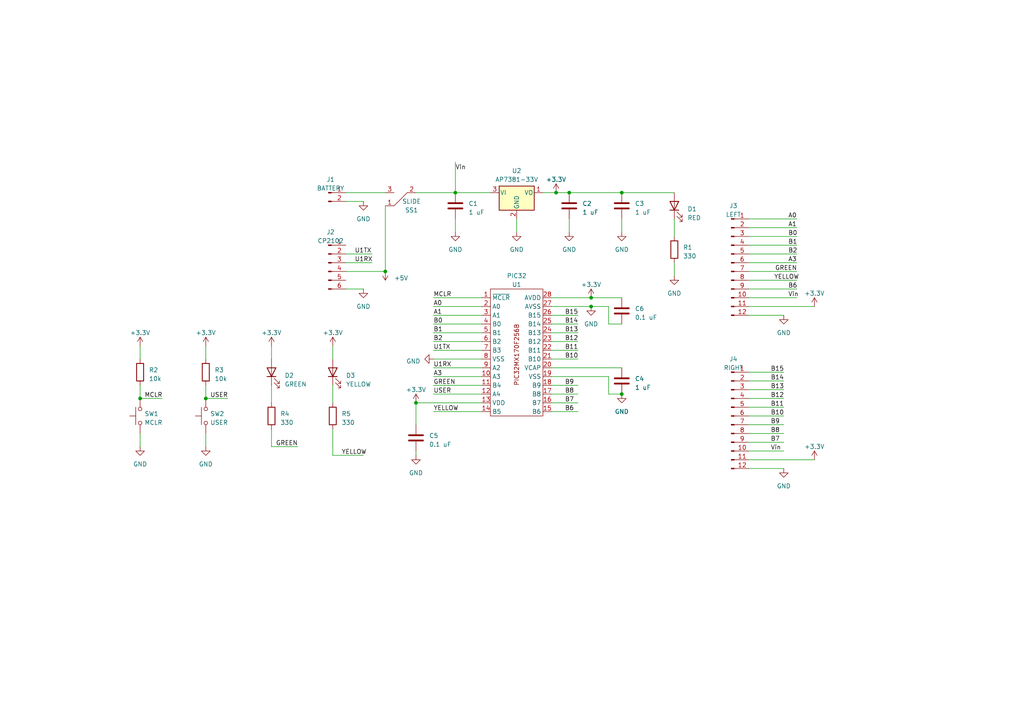
<source format=kicad_sch>
(kicad_sch (version 20230121) (generator eeschema)
  (paper "A4")
  (lib_symbols
    (symbol "Connector:Conn_01x02_Pin" (pin_names (offset 1.016) hide)
      (property "Reference" "J" (at 0 2.54 0))
      (property "Value" "Conn_01x02_Pin" (at 0 -5.08 0))
      (symbol "Conn_01x02_Pin_1_1"
        (polyline (pts (xy 1.27 -2.54) (xy 0.8636 -2.54)) (stroke (width 0.1524)))
        (polyline (pts (xy 1.27 0) (xy 0.8636 0)) (stroke (width 0.1524)))
        (rectangle (start 0.8636 -2.413) (end 0 -2.667) (stroke (width 0.1524)) (fill (type outline)))
        (rectangle (start 0.8636 0.127) (end 0 -0.127) (stroke (width 0.1524)) (fill (type outline)))
        (pin passive line (at 5.08 0 180) (length 3.81) (name "Pin_1") (number "1"))
        (pin passive line (at 5.08 -2.54 180) (length 3.81) (name "Pin_2") (number "2"))
      )
    )
    (symbol "Connector:Conn_01x06_Pin" (pin_names (offset 1.016) hide)
      (property "Reference" "J" (at 0 7.62 0))
      (property "Value" "Conn_01x06_Pin" (at 0 -10.16 0))
      (symbol "Conn_01x06_Pin_1_1"
        (polyline (pts (xy 1.27 -7.62) (xy 0.8636 -7.62)) (stroke (width 0.1524)))
        (polyline (pts (xy 1.27 -5.08) (xy 0.8636 -5.08)) (stroke (width 0.1524)))
        (polyline (pts (xy 1.27 -2.54) (xy 0.8636 -2.54)) (stroke (width 0.1524)))
        (polyline (pts (xy 1.27 0) (xy 0.8636 0)) (stroke (width 0.1524)))
        (polyline (pts (xy 1.27 2.54) (xy 0.8636 2.54)) (stroke (width 0.1524)))
        (polyline (pts (xy 1.27 5.08) (xy 0.8636 5.08)) (stroke (width 0.1524)))
        (rectangle (start 0.8636 -7.493) (end 0 -7.747) (stroke (width 0.1524)) (fill (type outline)))
        (rectangle (start 0.8636 -4.953) (end 0 -5.207) (stroke (width 0.1524)) (fill (type outline)))
        (rectangle (start 0.8636 -2.413) (end 0 -2.667) (stroke (width 0.1524)) (fill (type outline)))
        (rectangle (start 0.8636 0.127) (end 0 -0.127) (stroke (width 0.1524)) (fill (type outline)))
        (rectangle (start 0.8636 2.667) (end 0 2.413) (stroke (width 0.1524)) (fill (type outline)))
        (rectangle (start 0.8636 5.207) (end 0 4.953) (stroke (width 0.1524)) (fill (type outline)))
        (pin passive line (at 5.08 5.08 180) (length 3.81) (name "Pin_1") (number "1"))
        (pin passive line (at 5.08 2.54 180) (length 3.81) (name "Pin_2") (number "2"))
        (pin passive line (at 5.08 0 180) (length 3.81) (name "Pin_3") (number "3"))
        (pin passive line (at 5.08 -2.54 180) (length 3.81) (name "Pin_4") (number "4"))
        (pin passive line (at 5.08 -5.08 180) (length 3.81) (name "Pin_5") (number "5"))
        (pin passive line (at 5.08 -7.62 180) (length 3.81) (name "Pin_6") (number "6"))
      )
    )
    (symbol "Connector:Conn_01x12_Pin" (pin_names (offset 1.016) hide)
      (property "Reference" "J" (at 0 15.24 0))
      (property "Value" "Conn_01x12_Pin" (at 0 -17.78 0))
      (symbol "Conn_01x12_Pin_1_1"
        (polyline (pts (xy 1.27 -15.24) (xy 0.8636 -15.24)) (stroke (width 0.1524)))
        (polyline (pts (xy 1.27 -12.7) (xy 0.8636 -12.7)) (stroke (width 0.1524)))
        (polyline (pts (xy 1.27 -10.16) (xy 0.8636 -10.16)) (stroke (width 0.1524)))
        (polyline (pts (xy 1.27 -7.62) (xy 0.8636 -7.62)) (stroke (width 0.1524)))
        (polyline (pts (xy 1.27 -5.08) (xy 0.8636 -5.08)) (stroke (width 0.1524)))
        (polyline (pts (xy 1.27 -2.54) (xy 0.8636 -2.54)) (stroke (width 0.1524)))
        (polyline (pts (xy 1.27 0) (xy 0.8636 0)) (stroke (width 0.1524)))
        (polyline (pts (xy 1.27 2.54) (xy 0.8636 2.54)) (stroke (width 0.1524)))
        (polyline (pts (xy 1.27 5.08) (xy 0.8636 5.08)) (stroke (width 0.1524)))
        (polyline (pts (xy 1.27 7.62) (xy 0.8636 7.62)) (stroke (width 0.1524)))
        (polyline (pts (xy 1.27 10.16) (xy 0.8636 10.16)) (stroke (width 0.1524)))
        (polyline (pts (xy 1.27 12.7) (xy 0.8636 12.7)) (stroke (width 0.1524)))
        (rectangle (start 0.8636 -15.113) (end 0 -15.367) (stroke (width 0.1524)) (fill (type outline)))
        (rectangle (start 0.8636 -12.573) (end 0 -12.827) (stroke (width 0.1524)) (fill (type outline)))
        (rectangle (start 0.8636 -10.033) (end 0 -10.287) (stroke (width 0.1524)) (fill (type outline)))
        (rectangle (start 0.8636 -7.493) (end 0 -7.747) (stroke (width 0.1524)) (fill (type outline)))
        (rectangle (start 0.8636 -4.953) (end 0 -5.207) (stroke (width 0.1524)) (fill (type outline)))
        (rectangle (start 0.8636 -2.413) (end 0 -2.667) (stroke (width 0.1524)) (fill (type outline)))
        (rectangle (start 0.8636 0.127) (end 0 -0.127) (stroke (width 0.1524)) (fill (type outline)))
        (rectangle (start 0.8636 2.667) (end 0 2.413) (stroke (width 0.1524)) (fill (type outline)))
        (rectangle (start 0.8636 5.207) (end 0 4.953) (stroke (width 0.1524)) (fill (type outline)))
        (rectangle (start 0.8636 7.747) (end 0 7.493) (stroke (width 0.1524)) (fill (type outline)))
        (rectangle (start 0.8636 10.287) (end 0 10.033) (stroke (width 0.1524)) (fill (type outline)))
        (rectangle (start 0.8636 12.827) (end 0 12.573) (stroke (width 0.1524)) (fill (type outline)))
        (pin passive line (at 5.08 12.7 180) (length 3.81) (name "Pin_1") (number "1"))
        (pin passive line (at 5.08 -10.16 180) (length 3.81) (name "Pin_10") (number "10"))
        (pin passive line (at 5.08 -12.7 180) (length 3.81) (name "Pin_11") (number "11"))
        (pin passive line (at 5.08 -15.24 180) (length 3.81) (name "Pin_12") (number "12"))
        (pin passive line (at 5.08 10.16 180) (length 3.81) (name "Pin_2") (number "2"))
        (pin passive line (at 5.08 7.62 180) (length 3.81) (name "Pin_3") (number "3"))
        (pin passive line (at 5.08 5.08 180) (length 3.81) (name "Pin_4") (number "4"))
        (pin passive line (at 5.08 2.54 180) (length 3.81) (name "Pin_5") (number "5"))
        (pin passive line (at 5.08 0 180) (length 3.81) (name "Pin_6") (number "6"))
        (pin passive line (at 5.08 -2.54 180) (length 3.81) (name "Pin_7") (number "7"))
        (pin passive line (at 5.08 -5.08 180) (length 3.81) (name "Pin_8") (number "8"))
        (pin passive line (at 5.08 -7.62 180) (length 3.81) (name "Pin_9") (number "9"))
      )
    )
    (symbol "HW4_SymbolLibrary:AP7384-33V" (pin_names (offset 0.254))
      (property "Reference" "U" (at -3.81 3.175 0))
      (property "Value" "AP7384-33V" (at 0 3.175 0))
      (symbol "AP7384-33V_0_1"
        (rectangle (start -5.08 1.905) (end 5.08 -5.08) (stroke (width 0.254)) (fill (type background)))
      )
      (symbol "AP7384-33V_1_1"
        (pin power_out line (at 7.62 0 180) (length 2.54) (name "VO") (number "1"))
        (pin power_in line (at 0 -7.62 90) (length 2.54) (name "GND") (number "2"))
        (pin power_in line (at -7.62 0 0) (length 2.54) (name "VI") (number "3"))
      )
    )
    (symbol "HW4_SymbolLibrary:C" (pin_numbers hide) (pin_names (offset 0.254))
      (property "Reference" "C" (at 0.635 2.54 0))
      (property "Value" "C" (at 0.635 -2.54 0))
      (symbol "C_0_1"
        (polyline (pts (xy -2.032 -0.762) (xy 2.032 -0.762)) (stroke (width 0.508)))
        (polyline (pts (xy -2.032 0.762) (xy 2.032 0.762)) (stroke (width 0.508)))
      )
      (symbol "C_1_1"
        (pin passive line (at 0 3.81 270) (length 2.794) (name "~") (number "1"))
        (pin passive line (at 0 -3.81 90) (length 2.794) (name "~") (number "2"))
      )
    )
    (symbol "HW4_SymbolLibrary:LED" (pin_numbers hide) (pin_names (offset 1.016) hide)
      (property "Reference" "D" (at 0 2.54 0))
      (property "Value" "LED" (at 0 -2.54 0))
      (symbol "LED_0_1"
        (polyline (pts (xy -1.27 -1.27) (xy -1.27 1.27)) (stroke (width 0.254)))
        (polyline (pts (xy -1.27 0) (xy 1.27 0)))
        (polyline (pts (xy 1.27 -1.27) (xy 1.27 1.27) (xy -1.27 0) (xy 1.27 -1.27)) (stroke (width 0.254)))
        (polyline (pts (xy -3.048 -0.762) (xy -4.572 -2.286) (xy -3.81 -2.286) (xy -4.572 -2.286) (xy -4.572 -1.524)))
        (polyline (pts (xy -1.778 -0.762) (xy -3.302 -2.286) (xy -2.54 -2.286) (xy -3.302 -2.286) (xy -3.302 -1.524)))
      )
      (symbol "LED_1_1"
        (pin passive line (at -3.81 0 0) (length 2.54) (name "K") (number "1"))
        (pin passive line (at 3.81 0 180) (length 2.54) (name "A") (number "2"))
      )
    )
    (symbol "HW4_SymbolLibrary:PIC32MX170F256B"
      (property "Reference" "U" (at 0 20.32 0))
      (symbol "PIC32MX170F256B_0_1"
        (rectangle (start -7.62 19.05) (end 7.62 -17.78))
      )
      (symbol "PIC32MX170F256B_1_1"
        (text "PIC32MX170F256B" (at 0 0 900) (effects (font (size 1.27 1.27))))
        (pin input line (at -10.16 16.51 0) (length 2.54) (name "~{MCLR}") (number "1"))
        (pin input line (at -10.16 -6.35 0) (length 2.54) (name "A3") (number "10"))
        (pin input line (at -10.16 -8.89 0) (length 2.54) (name "B4") (number "11"))
        (pin input line (at -10.16 -11.43 0) (length 2.54) (name "A4") (number "12"))
        (pin power_in line (at -10.16 -13.97 0) (length 2.54) (name "VDD") (number "13"))
        (pin power_in line (at -10.16 -16.51 0) (length 2.54) (name "B5") (number "14"))
        (pin input line (at 10.16 -16.51 180) (length 2.54) (name "B6") (number "15"))
        (pin input line (at 10.16 -13.97 180) (length 2.54) (name "B7") (number "16"))
        (pin input line (at 10.16 -11.43 180) (length 2.54) (name "B8") (number "17"))
        (pin input line (at 10.16 -8.89 180) (length 2.54) (name "B9") (number "18"))
        (pin power_out line (at 10.16 -6.35 180) (length 2.54) (name "VSS") (number "19"))
        (pin input line (at -10.16 13.97 0) (length 2.54) (name "A0") (number "2"))
        (pin input line (at 10.16 -3.81 180) (length 2.54) (name "VCAP") (number "20"))
        (pin input line (at 10.16 -1.27 180) (length 2.54) (name "B10") (number "21"))
        (pin input line (at 10.16 1.27 180) (length 2.54) (name "B11") (number "22"))
        (pin input line (at 10.16 3.81 180) (length 2.54) (name "B12") (number "23"))
        (pin input line (at 10.16 6.35 180) (length 2.54) (name "B13") (number "24"))
        (pin input line (at 10.16 8.89 180) (length 2.54) (name "B14") (number "25"))
        (pin input line (at 10.16 11.43 180) (length 2.54) (name "B15") (number "26"))
        (pin power_out line (at 10.16 13.97 180) (length 2.54) (name "AVSS") (number "27"))
        (pin power_in line (at 10.16 16.51 180) (length 2.54) (name "AVDD") (number "28"))
        (pin input line (at -10.16 11.43 0) (length 2.54) (name "A1") (number "3"))
        (pin input line (at -10.16 8.89 0) (length 2.54) (name "B0") (number "4"))
        (pin input line (at -10.16 6.35 0) (length 2.54) (name "B1") (number "5"))
        (pin input line (at -10.16 3.81 0) (length 2.54) (name "B2") (number "6"))
        (pin input line (at -10.16 1.27 0) (length 2.54) (name "B3") (number "7"))
        (pin power_out line (at -10.16 -1.27 0) (length 2.54) (name "VSS") (number "8"))
        (pin input line (at -10.16 -3.81 0) (length 2.54) (name "A2") (number "9"))
      )
    )
    (symbol "HW4_SymbolLibrary:R" (pin_numbers hide) (pin_names (offset 0))
      (property "Reference" "R" (at 0 2.032 0))
      (property "Value" "R" (at 0 0 0))
      (symbol "R_0_1"
        (rectangle (start 2.54 -1.016) (end -2.54 1.016) (stroke (width 0.254)))
      )
      (symbol "R_1_1"
        (pin passive line (at -3.81 0 0) (length 1.27) (name "~") (number "1"))
        (pin passive line (at 3.81 0 180) (length 1.27) (name "~") (number "2"))
      )
    )
    (symbol "HW4_SymbolLibrary:SW_Push" (pin_numbers hide) (pin_names (offset 1.016) hide)
      (property "Reference" "SW" (at 1.27 2.54 0))
      (property "Value" "SW_Push" (at 0 -1.524 0))
      (symbol "SW_Push_0_1"
        (circle (center -2.032 0) (radius 0.508))
        (polyline (pts (xy 0 1.27) (xy 0 3.048)))
        (polyline (pts (xy 2.54 1.27) (xy -2.54 1.27)))
        (circle (center 2.032 0) (radius 0.508))
        (pin passive line (at -5.08 0 0) (length 2.54) (name "1") (number "1"))
        (pin passive line (at 5.08 0 180) (length 2.54) (name "2") (number "2"))
      )
    )
    (symbol "HW4_SymbolLibrary:SlideSwitch"
      (property "Reference" "SS" (at 5.08 -2.54 0))
      (symbol "SlideSwitch_0_1"
        (polyline (pts (xy 3.81 0) (xy 0 -3.81)))
      )
      (symbol "SlideSwitch_1_1"
        (pin input line (at -2.54 -3.81 0) (length 2.54) (name "") (number "1"))
        (pin output line (at 6.35 0 180) (length 2.54) (name "") (number "2"))
        (pin input line (at -2.54 0 0) (length 2.54) (name "") (number "3"))
      )
    )
    (symbol "power:+3.3V" (power) (pin_names (offset 0))
      (property "Value" "+3.3V" (at 0 3.556 0))
      (symbol "+3.3V_0_1"
        (polyline (pts (xy -0.762 1.27) (xy 0 2.54)))
        (polyline (pts (xy 0 0) (xy 0 2.54)))
        (polyline (pts (xy 0 2.54) (xy 0.762 1.27)))
      )
      (symbol "+3.3V_1_1"
        (pin power_in line (at 0 0 90) (length 0) hide (name "+3.3V") (number "1"))
      )
    )
    (symbol "power:+5V" (power) (pin_names (offset 0))
      (property "Value" "+5V" (at 0 3.556 0))
      (symbol "+5V_0_1"
        (polyline (pts (xy -0.762 1.27) (xy 0 2.54)))
        (polyline (pts (xy 0 0) (xy 0 2.54)))
        (polyline (pts (xy 0 2.54) (xy 0.762 1.27)))
      )
      (symbol "+5V_1_1"
        (pin power_in line (at 0 0 90) (length 0) hide (name "+5V") (number "1"))
      )
    )
    (symbol "power:GND" (power) (pin_names (offset 0))
      (property "Value" "GND" (at 0 -3.81 0))
      (symbol "GND_0_1"
        (polyline (pts (xy 0 0) (xy 0 -1.27) (xy 1.27 -1.27) (xy 0 -2.54) (xy -1.27 -1.27) (xy 0 -1.27)))
      )
      (symbol "GND_1_1"
        (pin power_in line (at 0 0 270) (length 0) hide (name "GND") (number "1"))
      )
    )
  )
  (junction (at 161.29 55.88))
  (junction (at 171.45 86.36))
  (junction (at 180.34 55.88))
  (junction (at 120.65 116.84))
  (junction (at 171.45 88.9))
  (junction (at 59.69 115.57))
  (junction (at 180.34 114.3))
  (junction (at 165.1 55.88))
  (junction (at 111.76 78.74))
  (junction (at 132.08 55.88))
  (junction (at 40.64 115.57))
  (wire (pts (xy 217.17 133.35) (xy 236.22 133.35)))
  (wire (pts (xy 227.33 113.03) (xy 217.17 113.03)))
  (wire (pts (xy 195.58 63.5) (xy 195.58 68.58)))
  (wire (pts (xy 139.7 109.22) (xy 125.73 109.22)))
  (wire (pts (xy 40.64 111.76) (xy 40.64 115.57)))
  (wire (pts (xy 160.02 96.52) (xy 167.64 96.52)))
  (wire (pts (xy 160.02 109.22) (xy 176.53 109.22)))
  (wire (pts (xy 100.33 83.82) (xy 105.41 83.82)))
  (wire (pts (xy 40.64 125.73) (xy 40.64 129.54)))
  (wire (pts (xy 120.65 130.81) (xy 120.65 132.08)))
  (wire (pts (xy 125.73 119.38) (xy 139.7 119.38)))
  (wire (pts (xy 125.73 111.76) (xy 139.7 111.76)))
  (wire (pts (xy 217.17 91.44) (xy 227.33 91.44)))
  (wire (pts (xy 217.17 73.66) (xy 231.14 73.66)))
  (wire (pts (xy 231.14 86.36) (xy 217.17 86.36)))
  (wire (pts (xy 176.53 93.98) (xy 180.34 93.98)))
  (wire (pts (xy 125.73 101.6) (xy 139.7 101.6)))
  (wire (pts (xy 157.48 55.88) (xy 161.29 55.88)))
  (wire (pts (xy 139.7 91.44) (xy 125.73 91.44)))
  (wire (pts (xy 227.33 120.65) (xy 217.17 120.65)))
  (wire (pts (xy 59.69 115.57) (xy 66.04 115.57)))
  (wire (pts (xy 231.14 71.12) (xy 217.17 71.12)))
  (wire (pts (xy 165.1 55.88) (xy 180.34 55.88)))
  (wire (pts (xy 180.34 55.88) (xy 195.58 55.88)))
  (wire (pts (xy 120.65 55.88) (xy 132.08 55.88)))
  (wire (pts (xy 217.17 115.57) (xy 227.33 115.57)))
  (wire (pts (xy 227.33 125.73) (xy 217.17 125.73)))
  (wire (pts (xy 125.73 104.14) (xy 139.7 104.14)))
  (wire (pts (xy 125.73 106.68) (xy 139.7 106.68)))
  (wire (pts (xy 139.7 96.52) (xy 125.73 96.52)))
  (wire (pts (xy 100.33 58.42) (xy 105.41 58.42)))
  (wire (pts (xy 96.52 132.08) (xy 105.41 132.08)))
  (wire (pts (xy 231.14 66.04) (xy 217.17 66.04)))
  (wire (pts (xy 40.64 115.57) (xy 46.99 115.57)))
  (wire (pts (xy 59.69 111.76) (xy 59.69 115.57)))
  (wire (pts (xy 231.14 68.58) (xy 217.17 68.58)))
  (wire (pts (xy 217.17 88.9) (xy 236.22 88.9)))
  (wire (pts (xy 132.08 63.5) (xy 132.08 67.31)))
  (wire (pts (xy 139.7 93.98) (xy 125.73 93.98)))
  (wire (pts (xy 78.74 111.76) (xy 78.74 116.84)))
  (wire (pts (xy 111.76 59.69) (xy 111.76 78.74)))
  (wire (pts (xy 149.86 63.5) (xy 149.86 67.31)))
  (wire (pts (xy 40.64 100.33) (xy 40.64 104.14)))
  (wire (pts (xy 217.17 135.89) (xy 227.33 135.89)))
  (wire (pts (xy 171.45 88.9) (xy 176.53 88.9)))
  (wire (pts (xy 120.65 116.84) (xy 120.65 123.19)))
  (wire (pts (xy 132.08 55.88) (xy 132.08 46.99)))
  (wire (pts (xy 227.33 123.19) (xy 217.17 123.19)))
  (wire (pts (xy 78.74 124.46) (xy 78.74 129.54)))
  (wire (pts (xy 231.14 63.5) (xy 217.17 63.5)))
  (wire (pts (xy 59.69 125.73) (xy 59.69 129.54)))
  (wire (pts (xy 100.33 76.2) (xy 107.95 76.2)))
  (wire (pts (xy 96.52 124.46) (xy 96.52 132.08)))
  (wire (pts (xy 180.34 63.5) (xy 180.34 67.31)))
  (wire (pts (xy 139.7 88.9) (xy 125.73 88.9)))
  (wire (pts (xy 100.33 55.88) (xy 111.76 55.88)))
  (wire (pts (xy 160.02 111.76) (xy 167.64 111.76)))
  (wire (pts (xy 160.02 101.6) (xy 167.64 101.6)))
  (wire (pts (xy 231.14 81.28) (xy 217.17 81.28)))
  (wire (pts (xy 231.14 76.2) (xy 217.17 76.2)))
  (wire (pts (xy 96.52 100.33) (xy 96.52 104.14)))
  (wire (pts (xy 160.02 114.3) (xy 167.64 114.3)))
  (wire (pts (xy 176.53 114.3) (xy 180.34 114.3)))
  (wire (pts (xy 120.65 116.84) (xy 139.7 116.84)))
  (wire (pts (xy 171.45 86.36) (xy 180.34 86.36)))
  (wire (pts (xy 160.02 116.84) (xy 167.64 116.84)))
  (wire (pts (xy 231.14 83.82) (xy 217.17 83.82)))
  (wire (pts (xy 125.73 86.36) (xy 139.7 86.36)))
  (wire (pts (xy 96.52 111.76) (xy 96.52 116.84)))
  (wire (pts (xy 160.02 93.98) (xy 167.64 93.98)))
  (wire (pts (xy 59.69 100.33) (xy 59.69 104.14)))
  (wire (pts (xy 165.1 63.5) (xy 165.1 67.31)))
  (wire (pts (xy 227.33 128.27) (xy 217.17 128.27)))
  (wire (pts (xy 176.53 88.9) (xy 176.53 93.98)))
  (wire (pts (xy 176.53 109.22) (xy 176.53 114.3)))
  (wire (pts (xy 195.58 76.2) (xy 195.58 80.01)))
  (wire (pts (xy 227.33 110.49) (xy 217.17 110.49)))
  (wire (pts (xy 100.33 78.74) (xy 111.76 78.74)))
  (wire (pts (xy 160.02 119.38) (xy 167.64 119.38)))
  (wire (pts (xy 160.02 86.36) (xy 171.45 86.36)))
  (wire (pts (xy 160.02 91.44) (xy 167.64 91.44)))
  (wire (pts (xy 125.73 114.3) (xy 139.7 114.3)))
  (wire (pts (xy 160.02 88.9) (xy 171.45 88.9)))
  (wire (pts (xy 160.02 99.06) (xy 167.64 99.06)))
  (wire (pts (xy 227.33 130.81) (xy 217.17 130.81)))
  (wire (pts (xy 160.02 104.14) (xy 167.64 104.14)))
  (wire (pts (xy 100.33 73.66) (xy 107.95 73.66)))
  (wire (pts (xy 227.33 107.95) (xy 217.17 107.95)))
  (wire (pts (xy 132.08 55.88) (xy 142.24 55.88)))
  (wire (pts (xy 139.7 99.06) (xy 125.73 99.06)))
  (wire (pts (xy 227.33 118.11) (xy 217.17 118.11)))
  (wire (pts (xy 78.74 129.54) (xy 86.36 129.54)))
  (wire (pts (xy 231.14 78.74) (xy 217.17 78.74)))
  (wire (pts (xy 78.74 100.33) (xy 78.74 104.14)))
  (wire (pts (xy 161.29 55.88) (xy 165.1 55.88)))
  (wire (pts (xy 160.02 106.68) (xy 180.34 106.68)))
  (label "B1" (at 125.73 96.52 0))
  (label "B6" (at 163.83 119.38 0))
  (label "Vin" (at 223.52 130.81 0))
  (label "B12" (at 163.83 99.06 0))
  (label "B0" (at 228.6 68.58 0))
  (label "USER" (at 60.96 115.57 0))
  (label "Vin" (at 228.6 86.36 0))
  (label "B12" (at 223.52 115.57 0))
  (label "Vin" (at 132.08 49.53 0))
  (label "B10" (at 163.83 104.14 0))
  (label "B13" (at 223.52 113.03 0))
  (label "B10" (at 223.52 120.65 0))
  (label "B2" (at 228.6 73.66 0))
  (label "B9" (at 163.83 111.76 0))
  (label "B13" (at 163.83 96.52 0))
  (label "B9" (at 223.52 123.19 0))
  (label "B8" (at 223.52 125.73 0))
  (label "A3" (at 228.6 76.2 0))
  (label "B0" (at 125.73 93.98 0))
  (label "A0" (at 125.73 88.9 0))
  (label "B8" (at 163.83 114.3 0))
  (label "USER" (at 125.73 114.3 0))
  (label "A0" (at 228.6 63.5 0))
  (label "B2" (at 125.73 99.06 0))
  (label "U1TX" (at 125.73 101.6 0))
  (label "B6" (at 228.6 83.82 0))
  (label "YELLOW" (at 99.06 132.08 0))
  (label "GREEN" (at 125.73 111.76 0))
  (label "B14" (at 223.52 110.49 0))
  (label "GREEN" (at 80.01 129.54 0))
  (label "GREEN" (at 224.79 78.74 0))
  (label "A3" (at 125.73 109.22 0))
  (label "MCLR" (at 125.73 86.36 0))
  (label "B15" (at 163.83 91.44 0))
  (label "B11" (at 163.83 101.6 0))
  (label " YELLOW" (at 223.52 81.28 0))
  (label "B7" (at 163.83 116.84 0))
  (label "YELLOW" (at 125.73 119.38 0))
  (label "B7" (at 223.52 128.27 0))
  (label "B14" (at 163.83 93.98 0))
  (label "B15" (at 223.52 107.95 0))
  (label "A1" (at 228.6 66.04 0))
  (label "A1" (at 125.73 91.44 0))
  (label "MCLR" (at 41.91 115.57 0))
  (label "U1RX" (at 125.73 106.68 0))
  (label "U1RX" (at 102.87 76.2 0))
  (label "B11" (at 223.52 118.11 0))
  (label "U1TX" (at 102.87 73.66 0))
  (label "B1" (at 228.6 71.12 0))
  (symbol (lib_id "power:+5V") (at 111.76 78.74 180) (unit 1)
    (property "Reference" "#PWR025" (effects hide))
    (property "Value" "+5V" (at 114.3 80.645 0) (effects (justify right)))
  )
  (symbol (lib_id "HW4_SymbolLibrary:LED") (at 78.74 107.95 90) (unit 1)
    (property "Reference" "D2" (at 82.55 108.9025 90) (effects (justify right)))
    (property "Value" "GREEN" (at 82.55 111.4425 90) (effects (justify right)))
    (property "Footprint" "LED_THT:LED_D3.0mm" (effects hide))
  )
  (symbol (lib_id "power:+3.3V") (at 96.52 100.33 0) (unit 1)
    (property "Reference" "#PWR09" (effects hide))
    (property "Value" "+3.3V" (at 96.52 96.52 0))
  )
  (symbol (lib_id "power:GND") (at 105.41 83.82 0) (unit 1)
    (property "Reference" "#PWR020" (effects hide))
    (property "Value" "GND" (at 105.41 88.9 0))
  )
  (symbol (lib_id "power:+3.3V") (at 236.22 88.9 0) (unit 1)
    (property "Reference" "#PWR023" (effects hide))
    (property "Value" "+3.3V" (at 236.22 85.09 0))
  )
  (symbol (lib_id "power:GND") (at 180.34 114.3 0) (unit 1)
    (property "Reference" "#PWR06" (effects hide))
    (property "Value" "GND" (at 180.34 119.38 0))
  )
  (symbol (lib_id "power:GND") (at 180.34 67.31 0) (unit 1)
    (property "Reference" "#PWR017" (effects hide))
    (property "Value" "GND" (at 180.34 72.39 0))
  )
  (symbol (lib_id "power:+3.3V") (at 59.69 100.33 0) (unit 1)
    (property "Reference" "#PWR07" (effects hide))
    (property "Value" "+3.3V" (at 59.69 96.52 0))
  )
  (symbol (lib_id "power:+3.3V") (at 120.65 116.84 0) (unit 1)
    (property "Reference" "#PWR011" (effects hide))
    (property "Value" "+3.3V" (at 120.65 113.03 0))
  )
  (symbol (lib_id "HW4_SymbolLibrary:PIC32MX170F256B") (at 149.86 102.87 0) (unit 1)
    (property "Reference" "U1" (at 149.86 82.55 0))
    (property "Value" "PIC32" (at 149.86 80.01 0))
    (property "Footprint" "Package_DIP:DIP-28_W7.62mm_Socket" (effects hide))
  )
  (symbol (lib_id "HW4_SymbolLibrary:AP7384-33V") (at 149.86 55.88 0) (unit 1)
    (property "Reference" "U2" (at 149.86 49.53 0))
    (property "Value" "AP7381-33V" (at 149.86 52.07 0))
    (property "Footprint" "Package_TO_SOT_THT:TO-92L_Inline" (effects hide))
    (property "Datasheet" "https://www.diodes.com/assets/Datasheets/AP7384.pdf" (effects hide))
  )
  (symbol (lib_id "HW4_SymbolLibrary:C") (at 180.34 59.69 0) (unit 1)
    (property "Reference" "C3" (at 184.15 59.055 0) (effects (justify left)))
    (property "Value" "1 uF" (at 184.15 61.595 0) (effects (justify left)))
    (property "Footprint" "Capacitor_THT:C_Disc_D5.1mm_W3.2mm_P5.00mm" (effects hide))
  )
  (symbol (lib_id "Connector:Conn_01x12_Pin") (at 212.09 76.2 0) (unit 1)
    (property "Reference" "J3" (at 212.725 59.69 0))
    (property "Value" "LEFT" (at 212.725 62.23 0))
    (property "Footprint" "Connector_PinSocket_2.54mm:PinSocket_1x12_P2.54mm_Vertical" (effects hide))
  )
  (symbol (lib_id "HW4_SymbolLibrary:SW_Push") (at 40.64 120.65 90) (unit 1)
    (property "Reference" "SW1" (at 41.91 120.015 90) (effects (justify right)))
    (property "Value" "MCLR" (at 41.91 122.555 90) (effects (justify right)))
    (property "Footprint" "HW4_FootprintLibrary:PushButton" (effects hide))
  )
  (symbol (lib_id "HW4_SymbolLibrary:C") (at 180.34 90.17 0) (unit 1)
    (property "Reference" "C6" (at 184.15 89.535 0) (effects (justify left)))
    (property "Value" "0.1 uF" (at 184.15 92.075 0) (effects (justify left)))
    (property "Footprint" "Capacitor_THT:C_Disc_D3.4mm_W2.1mm_P2.50mm" (effects hide))
  )
  (symbol (lib_id "power:GND") (at 132.08 67.31 0) (unit 1)
    (property "Reference" "#PWR015" (effects hide))
    (property "Value" "GND" (at 132.08 72.39 0))
  )
  (symbol (lib_id "HW4_SymbolLibrary:SlideSwitch") (at 114.3 55.88 0) (unit 1)
    (property "Reference" "SS1" (at 119.38 60.96 0))
    (property "Value" "SLIDE" (at 119.38 58.42 0))
    (property "Footprint" "HW4_FootprintLibrary:SlideSwitch" (effects hide))
  )
  (symbol (lib_id "Connector:Conn_01x06_Pin") (at 95.25 76.2 0) (unit 1)
    (property "Reference" "J2" (at 95.885 67.31 0))
    (property "Value" "CP2102" (at 95.885 69.85 0))
    (property "Footprint" "Connector_PinSocket_2.54mm:PinSocket_1x06_P2.54mm_Vertical" (effects hide))
  )
  (symbol (lib_id "HW4_SymbolLibrary:C") (at 165.1 59.69 0) (unit 1)
    (property "Reference" "C2" (at 168.91 59.055 0) (effects (justify left)))
    (property "Value" "1 uF" (at 168.91 61.595 0) (effects (justify left)))
    (property "Footprint" "Capacitor_THT:C_Disc_D5.1mm_W3.2mm_P5.00mm" (effects hide))
  )
  (symbol (lib_id "power:+3.3V") (at 40.64 100.33 0) (unit 1)
    (property "Reference" "#PWR05" (effects hide))
    (property "Value" "+3.3V" (at 40.64 96.52 0))
  )
  (symbol (lib_id "power:GND") (at 171.45 88.9 0) (unit 1)
    (property "Reference" "#PWR04" (effects hide))
    (property "Value" "GND" (at 171.45 93.98 0))
  )
  (symbol (lib_id "power:+3.3V") (at 78.74 100.33 0) (unit 1)
    (property "Reference" "#PWR08" (effects hide))
    (property "Value" "+3.3V" (at 78.74 96.52 0))
  )
  (symbol (lib_id "power:GND") (at 165.1 67.31 0) (unit 1)
    (property "Reference" "#PWR016" (effects hide))
    (property "Value" "GND" (at 165.1 72.39 0))
  )
  (symbol (lib_id "power:GND") (at 149.86 67.31 0) (unit 1)
    (property "Reference" "#PWR019" (effects hide))
    (property "Value" "GND" (at 149.86 72.39 0))
  )
  (symbol (lib_id "HW4_SymbolLibrary:SW_Push") (at 59.69 120.65 90) (unit 1)
    (property "Reference" "SW2" (at 60.96 120.015 90) (effects (justify right)))
    (property "Value" "USER" (at 60.96 122.555 90) (effects (justify right)))
    (property "Footprint" "HW4_FootprintLibrary:PushButton" (effects hide))
  )
  (symbol (lib_id "power:+3.3V") (at 236.22 133.35 0) (unit 1)
    (property "Reference" "#PWR024" (effects hide))
    (property "Value" "+3.3V" (at 236.22 129.54 0))
  )
  (symbol (lib_id "power:GND") (at 227.33 91.44 0) (unit 1)
    (property "Reference" "#PWR021" (effects hide))
    (property "Value" "GND" (at 227.33 96.52 0))
  )
  (symbol (lib_id "power:GND") (at 40.64 129.54 0) (unit 1)
    (property "Reference" "#PWR013" (effects hide))
    (property "Value" "GND" (at 40.64 134.62 0))
  )
  (symbol (lib_id "power:+3.3V") (at 171.45 86.36 0) (unit 1)
    (property "Reference" "#PWR03" (effects hide))
    (property "Value" "+3.3V" (at 171.45 82.55 0))
  )
  (symbol (lib_id "HW4_SymbolLibrary:R") (at 195.58 72.39 90) (unit 1)
    (property "Reference" "R1" (at 198.12 71.755 90) (effects (justify right)))
    (property "Value" "330" (at 198.12 74.295 90) (effects (justify right)))
    (property "Footprint" "Resistor_THT:R_Axial_DIN0207_L6.3mm_D2.5mm_P7.62mm_Horizontal" (effects hide))
  )
  (symbol (lib_id "Connector:Conn_01x12_Pin") (at 212.09 120.65 0) (unit 1)
    (property "Reference" "J4" (at 212.725 104.14 0))
    (property "Value" "RIGHT" (at 212.725 106.68 0))
    (property "Footprint" "Connector_PinSocket_2.54mm:PinSocket_1x12_P2.54mm_Vertical" (effects hide))
  )
  (symbol (lib_id "HW4_SymbolLibrary:R") (at 59.69 107.95 90) (unit 1)
    (property "Reference" "R3" (at 62.23 107.315 90) (effects (justify right)))
    (property "Value" "10k" (at 62.23 109.855 90) (effects (justify right)))
    (property "Footprint" "Resistor_THT:R_Axial_DIN0207_L6.3mm_D2.5mm_P7.62mm_Horizontal" (effects hide))
  )
  (symbol (lib_id "power:GND") (at 105.41 58.42 0) (unit 1)
    (property "Reference" "#PWR02" (effects hide))
    (property "Value" "GND" (at 105.41 63.5 0))
  )
  (symbol (lib_id "power:GND") (at 125.73 104.14 270) (unit 1)
    (property "Reference" "#PWR010" (effects hide))
    (property "Value" "GND" (at 121.92 104.775 90) (effects (justify right)))
  )
  (symbol (lib_id "HW4_SymbolLibrary:R") (at 96.52 120.65 90) (unit 1)
    (property "Reference" "R5" (at 99.06 120.015 90) (effects (justify right)))
    (property "Value" "330" (at 99.06 122.555 90) (effects (justify right)))
    (property "Footprint" "Resistor_THT:R_Axial_DIN0207_L6.3mm_D2.5mm_P7.62mm_Horizontal" (effects hide))
  )
  (symbol (lib_id "HW4_SymbolLibrary:LED") (at 195.58 59.69 90) (unit 1)
    (property "Reference" "D1" (at 199.39 60.6425 90) (effects (justify right)))
    (property "Value" "RED" (at 199.39 63.1825 90) (effects (justify right)))
    (property "Footprint" "LED_THT:LED_D3.0mm" (effects hide))
  )
  (symbol (lib_id "power:+3.3V") (at 161.29 55.88 0) (unit 1)
    (property "Reference" "#PWR01" (effects hide))
    (property "Value" "+3.3V" (at 161.29 52.07 0))
  )
  (symbol (lib_id "HW4_SymbolLibrary:C") (at 120.65 127 0) (unit 1)
    (property "Reference" "C5" (at 124.46 126.365 0) (effects (justify left)))
    (property "Value" "0.1 uF" (at 124.46 128.905 0) (effects (justify left)))
    (property "Footprint" "Capacitor_THT:C_Disc_D3.4mm_W2.1mm_P2.50mm" (effects hide))
  )
  (symbol (lib_id "power:GND") (at 195.58 80.01 0) (unit 1)
    (property "Reference" "#PWR018" (effects hide))
    (property "Value" "GND" (at 195.58 85.09 0))
  )
  (symbol (lib_id "HW4_SymbolLibrary:R") (at 40.64 107.95 90) (unit 1)
    (property "Reference" "R2" (at 43.18 107.315 90) (effects (justify right)))
    (property "Value" "10k" (at 43.18 109.855 90) (effects (justify right)))
    (property "Footprint" "Resistor_THT:R_Axial_DIN0207_L6.3mm_D2.5mm_P7.62mm_Horizontal" (effects hide))
  )
  (symbol (lib_id "Connector:Conn_01x02_Pin") (at 95.25 55.88 0) (unit 1)
    (property "Reference" "J1" (at 95.885 52.07 0))
    (property "Value" "BATTERY" (at 95.885 54.61 0))
    (property "Footprint" "Connector_PinSocket_2.54mm:PinSocket_1x02_P2.54mm_Vertical" (effects hide))
  )
  (symbol (lib_id "HW4_SymbolLibrary:C") (at 132.08 59.69 0) (unit 1)
    (property "Reference" "C1" (at 135.89 59.055 0) (effects (justify left)))
    (property "Value" "1 uF" (at 135.89 61.595 0) (effects (justify left)))
    (property "Footprint" "Capacitor_THT:C_Disc_D5.1mm_W3.2mm_P5.00mm" (effects hide))
  )
  (symbol (lib_id "HW4_SymbolLibrary:C") (at 180.34 110.49 0) (unit 1)
    (property "Reference" "C4" (at 184.15 109.855 0) (effects (justify left)))
    (property "Value" "1 uF" (at 184.15 112.395 0) (effects (justify left)))
    (property "Footprint" "Capacitor_THT:C_Disc_D5.1mm_W3.2mm_P5.00mm" (effects hide))
  )
  (symbol (lib_id "HW4_SymbolLibrary:LED") (at 96.52 107.95 90) (unit 1)
    (property "Reference" "D3" (at 100.33 108.9025 90) (effects (justify right)))
    (property "Value" "YELLOW" (at 100.33 111.4425 90) (effects (justify right)))
    (property "Footprint" "LED_THT:LED_D3.0mm" (effects hide))
  )
  (symbol (lib_id "power:GND") (at 120.65 132.08 0) (unit 1)
    (property "Reference" "#PWR012" (effects hide))
    (property "Value" "GND" (at 120.65 137.16 0))
  )
  (symbol (lib_id "power:GND") (at 227.33 135.89 0) (unit 1)
    (property "Reference" "#PWR022" (effects hide))
    (property "Value" "GND" (at 227.33 140.97 0))
  )
  (symbol (lib_id "HW4_SymbolLibrary:R") (at 78.74 120.65 90) (unit 1)
    (property "Reference" "R4" (at 81.28 120.015 90) (effects (justify right)))
    (property "Value" "330" (at 81.28 122.555 90) (effects (justify right)))
    (property "Footprint" "Resistor_THT:R_Axial_DIN0207_L6.3mm_D2.5mm_P7.62mm_Horizontal" (effects hide))
  )
  (symbol (lib_id "power:GND") (at 59.69 129.54 0) (unit 1)
    (property "Reference" "#PWR014" (effects hide))
    (property "Value" "GND" (at 59.69 134.62 0))
  )
)
</source>
